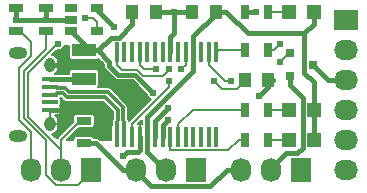
<source format=gtl>
G04 #@! TF.FileFunction,Copper,L1,Top,Signal*
%FSLAX46Y46*%
G04 Gerber Fmt 4.6, Leading zero omitted, Abs format (unit mm)*
G04 Created by KiCad (PCBNEW 4.0.0-stable) date Sunday, July 24, 2016 'PMt' 12:32:08 PM*
%MOMM*%
G01*
G04 APERTURE LIST*
%ADD10C,0.100000*%
%ADD11R,1.000000X1.250000*%
%ADD12R,1.198880X1.198880*%
%ADD13R,2.029460X1.140460*%
%ADD14R,1.350000X0.400000*%
%ADD15O,0.950000X1.250000*%
%ADD16O,1.550000X1.000000*%
%ADD17R,1.727200X2.032000*%
%ADD18O,1.727200X2.032000*%
%ADD19R,2.032000X1.727200*%
%ADD20O,2.032000X1.727200*%
%ADD21R,0.800100X0.800100*%
%ADD22R,1.300000X0.700000*%
%ADD23R,0.700000X1.300000*%
%ADD24R,1.060000X0.650000*%
%ADD25R,0.450000X1.750000*%
%ADD26C,0.609600*%
%ADD27C,0.400000*%
%ADD28C,0.200000*%
%ADD29C,0.304800*%
G04 APERTURE END LIST*
D10*
D11*
X20590000Y9525000D03*
X22590000Y9525000D03*
D12*
X26449020Y6985000D03*
X24350980Y6985000D03*
X26449020Y4445000D03*
X24350980Y4445000D03*
D13*
X6985000Y9591040D03*
X6985000Y11998960D03*
D14*
X4102540Y9555900D03*
X4102540Y8905900D03*
X4102540Y8255900D03*
X4102540Y7605900D03*
X4102540Y6955900D03*
D15*
X4102540Y10755900D03*
X4102540Y5755900D03*
D16*
X1402540Y11755900D03*
X1402540Y4755900D03*
D17*
X16510000Y1905000D03*
D18*
X13970000Y1905000D03*
X11430000Y1905000D03*
D17*
X7620000Y1905000D03*
D18*
X5080000Y1905000D03*
X2540000Y1905000D03*
D19*
X29210000Y14605000D03*
D20*
X29210000Y12065000D03*
X29210000Y9525000D03*
X29210000Y6985000D03*
X29210000Y4445000D03*
X29210000Y1905000D03*
D17*
X25400000Y1905000D03*
D18*
X22860000Y1905000D03*
X20320000Y1905000D03*
D21*
X24399240Y11745000D03*
X24399240Y9845000D03*
X26398220Y10795000D03*
D22*
X3810000Y13655000D03*
X3810000Y15555000D03*
X6985000Y4130000D03*
X6985000Y6030000D03*
X1270000Y13655000D03*
X1270000Y15555000D03*
D23*
X20640000Y12065000D03*
X22540000Y12065000D03*
X20640000Y6985000D03*
X22540000Y6985000D03*
X20640000Y4445000D03*
X22540000Y4445000D03*
D24*
X5885000Y15555000D03*
X5885000Y14605000D03*
X5885000Y13655000D03*
X8085000Y13655000D03*
X8085000Y15555000D03*
D25*
X18195000Y11855000D03*
X17545000Y11855000D03*
X16895000Y11855000D03*
X16245000Y11855000D03*
X15595000Y11855000D03*
X14945000Y11855000D03*
X14295000Y11855000D03*
X13645000Y11855000D03*
X12995000Y11855000D03*
X12345000Y11855000D03*
X11695000Y11855000D03*
X11045000Y11855000D03*
X10395000Y11855000D03*
X9745000Y11855000D03*
X9745000Y4655000D03*
X10395000Y4655000D03*
X11045000Y4655000D03*
X11695000Y4655000D03*
X12345000Y4655000D03*
X12995000Y4655000D03*
X13645000Y4655000D03*
X14295000Y4655000D03*
X14945000Y4655000D03*
X15595000Y4655000D03*
X16245000Y4655000D03*
X16895000Y4655000D03*
X17545000Y4655000D03*
X18195000Y4655000D03*
D11*
X11065000Y15240000D03*
X13065000Y15240000D03*
D12*
X26449020Y15240000D03*
X24350980Y15240000D03*
D23*
X20640000Y15240000D03*
X22540000Y15240000D03*
D11*
X18145000Y15240000D03*
X16145000Y15240000D03*
D26*
X14097000Y7112000D03*
X12827000Y8382000D03*
X14097000Y6096000D03*
X8509000Y9144000D03*
X9144000Y6477000D03*
X12192000Y7747000D03*
X10668000Y7747000D03*
X9779000Y8636000D03*
X8509000Y7366000D03*
X6985000Y7366000D03*
X5461000Y7366000D03*
X3810000Y14605000D03*
X1270000Y14605000D03*
X6985000Y10795000D03*
X10287000Y3048000D03*
X21844000Y8128000D03*
X21590000Y15240000D03*
X14605000Y15240000D03*
X9525000Y13970000D03*
X7112000Y14732000D03*
X4826000Y12573000D03*
X23622000Y12573000D03*
X14224000Y9398000D03*
X18034000Y9398000D03*
X13081000Y10414000D03*
X15240000Y10414000D03*
X19431000Y9398000D03*
X14224000Y10414000D03*
X23622000Y11049000D03*
D27*
X12995000Y6010000D02*
X14097000Y7112000D01*
X12995000Y4655000D02*
X12995000Y6010000D01*
X10922000Y9906000D02*
X11303000Y9906000D01*
X11303000Y9906000D02*
X12827000Y8382000D01*
X9144000Y10668000D02*
X9144000Y11009598D01*
X9144000Y11009598D02*
X8154638Y11998960D01*
X9906000Y9906000D02*
X9144000Y10668000D01*
X10922000Y9906000D02*
X9906000Y9906000D01*
X11065000Y15240000D02*
X11065000Y14215000D01*
X11065000Y14215000D02*
X9932401Y13082401D01*
X9932401Y13082401D02*
X9238079Y13082401D01*
X9238079Y13082401D02*
X8154638Y11998960D01*
X8154638Y11998960D02*
X6985000Y11998960D01*
X6985000Y11998960D02*
X6985000Y12555000D01*
X6985000Y12555000D02*
X5885000Y13655000D01*
X13645000Y4655000D02*
X13645000Y5644000D01*
X13645000Y5644000D02*
X14097000Y6096000D01*
X9779000Y8636000D02*
X10668000Y7747000D01*
X9779000Y8636000D02*
X9271000Y9144000D01*
X9271000Y9144000D02*
X8509000Y9144000D01*
X6985000Y10795000D02*
X8000322Y10795000D01*
X8000322Y10795000D02*
X8509000Y10286322D01*
X8509000Y10286322D02*
X8509000Y9144000D01*
X8509000Y7366000D02*
X8509000Y7112000D01*
X8509000Y7112000D02*
X9144000Y6477000D01*
X10668000Y7747000D02*
X12192000Y7747000D01*
X6985000Y7366000D02*
X8509000Y7366000D01*
X5461000Y7366000D02*
X6985000Y7366000D01*
X4102540Y6955900D02*
X5050900Y6955900D01*
X5050900Y6955900D02*
X5461000Y7366000D01*
X6985000Y10795000D02*
X4141640Y10795000D01*
X4141640Y10795000D02*
X4102540Y10755900D01*
X11695000Y4655000D02*
X11695000Y3570678D01*
X11695000Y3570678D02*
X11551921Y3427599D01*
X11551921Y3427599D02*
X10666599Y3427599D01*
X10666599Y3427599D02*
X10287000Y3048000D01*
X22590000Y9525000D02*
X22590000Y8874000D01*
X22590000Y8874000D02*
X21844000Y8128000D01*
X22590000Y9525000D02*
X22987000Y9525000D01*
X20640000Y15240000D02*
X21590000Y15240000D01*
X14605000Y13440000D02*
X14605000Y15240000D01*
X14295000Y11855000D02*
X14295000Y13130000D01*
X14295000Y13130000D02*
X14605000Y13440000D01*
X13065000Y15240000D02*
X14605000Y15240000D01*
X16145000Y15240000D02*
X14605000Y15240000D01*
X3810000Y14605000D02*
X1270000Y14605000D01*
X5885000Y14605000D02*
X3810000Y14605000D01*
X3810000Y15555000D02*
X3810000Y14605000D01*
X1270000Y15555000D02*
X1270000Y14605000D01*
X12345000Y5930000D02*
X12345000Y4655000D01*
X12345000Y6325556D02*
X12345000Y5930000D01*
X16245000Y10225556D02*
X12345000Y6325556D01*
X16245000Y11855000D02*
X16245000Y10225556D01*
X13820000Y1905000D02*
X13970000Y1905000D01*
X12345000Y3380000D02*
X13820000Y1905000D01*
X12345000Y4655000D02*
X12345000Y3380000D01*
X25645769Y13437309D02*
X20847691Y13437309D01*
X19045000Y15240000D02*
X18145000Y15240000D01*
X20847691Y13437309D02*
X19045000Y15240000D01*
X26449020Y6985000D02*
X26449020Y9309778D01*
X25645769Y10113029D02*
X25645769Y13437309D01*
X26449020Y14240560D02*
X26449020Y15240000D01*
X26449020Y9309778D02*
X25645769Y10113029D01*
X25645769Y13437309D02*
X26449020Y14240560D01*
X26449020Y4445000D02*
X26449020Y6985000D01*
X18145000Y15240000D02*
X18145000Y15115000D01*
X16245000Y13130000D02*
X16245000Y11855000D01*
X18145000Y15115000D02*
X16245000Y13215000D01*
X16245000Y13215000D02*
X16245000Y13130000D01*
D28*
X22540000Y6985000D02*
X24350980Y6985000D01*
X22540000Y4445000D02*
X24350980Y4445000D01*
D27*
X4102540Y9555900D02*
X6949860Y9555900D01*
X6949860Y9555900D02*
X6985000Y9591040D01*
D29*
X5715000Y8483600D02*
X5389100Y8809500D01*
X5389100Y8809500D02*
X4673940Y8809500D01*
X4673940Y8809500D02*
X4577540Y8905900D01*
X4577540Y8905900D02*
X4102540Y8905900D01*
X8984688Y8483600D02*
X5715000Y8483600D01*
X10298600Y7169688D02*
X8984688Y8483600D01*
X10395000Y4655000D02*
X10395000Y5967500D01*
X10298600Y6063900D02*
X10298600Y7169688D01*
X10395000Y5967500D02*
X10298600Y6063900D01*
X4577540Y8255900D02*
X4102540Y8255900D01*
X9745000Y4655000D02*
X9745000Y5967500D01*
X9745000Y5967500D02*
X9841400Y6063900D01*
X9841400Y6063900D02*
X9841400Y6980312D01*
X9841400Y6980312D02*
X8795312Y8026400D01*
X8795312Y8026400D02*
X5525622Y8026400D01*
X5525622Y8026400D02*
X5199722Y8352300D01*
X5199722Y8352300D02*
X4673940Y8352300D01*
X4673940Y8352300D02*
X4577540Y8255900D01*
D27*
X12674600Y508000D02*
X17659400Y508000D01*
X17659400Y508000D02*
X19056400Y1905000D01*
X19056400Y1905000D02*
X20320000Y1905000D01*
X11430000Y1905000D02*
X11430000Y1752600D01*
X11430000Y1752600D02*
X12674600Y508000D01*
X8085000Y15555000D02*
X8085000Y15410000D01*
X8085000Y15410000D02*
X9525000Y13970000D01*
X6985000Y4130000D02*
X8035000Y4130000D01*
X8035000Y4130000D02*
X10260000Y1905000D01*
X10260000Y1905000D02*
X11430000Y1905000D01*
D28*
X1933589Y6247754D02*
X1933590Y10264047D01*
X6503990Y636590D02*
X4617734Y636590D01*
X7620000Y1752600D02*
X6503990Y636590D01*
X7620000Y1905000D02*
X7620000Y1752600D01*
X3810000Y13105000D02*
X3810000Y13655000D01*
X3810000Y12140457D02*
X3810000Y13105000D01*
X1933590Y10264047D02*
X3810000Y12140457D01*
X3810000Y4371343D02*
X1933589Y6247754D01*
X3810000Y1444324D02*
X3810000Y4371343D01*
X4617734Y636590D02*
X3810000Y1444324D01*
X7747000Y14732000D02*
X8085000Y14394000D01*
X8085000Y14394000D02*
X8085000Y13655000D01*
X7112000Y14732000D02*
X7747000Y14732000D01*
X2286000Y6393727D02*
X2286000Y10118073D01*
X2286000Y10118073D02*
X4740927Y12573000D01*
X4740927Y12573000D02*
X4826000Y12573000D01*
X5080000Y1905000D02*
X5080000Y3599727D01*
X5080000Y3599727D02*
X2286000Y6393727D01*
X5080000Y1905000D02*
X5080000Y4425000D01*
X5080000Y4425000D02*
X6685000Y6030000D01*
X6685000Y6030000D02*
X6985000Y6030000D01*
X1270000Y13655000D02*
X1570000Y13655000D01*
X1570000Y13655000D02*
X2540000Y12685000D01*
X2540000Y12685000D02*
X2540000Y11554292D01*
X2540000Y11554292D02*
X1524000Y10538292D01*
X1524000Y10538292D02*
X1524000Y6096000D01*
X1524000Y6096000D02*
X2540000Y5080000D01*
X2540000Y5080000D02*
X2540000Y1905000D01*
D27*
X29210000Y9525000D02*
X27668220Y9525000D01*
X27668220Y9525000D02*
X26398220Y10795000D01*
D28*
X22540000Y12065000D02*
X23114000Y12065000D01*
X23114000Y12065000D02*
X23622000Y12573000D01*
X29210000Y6985000D02*
X28953798Y6985000D01*
X22540000Y11765000D02*
X22540000Y12065000D01*
X14224000Y9398000D02*
X14224000Y8909000D01*
X14224000Y8909000D02*
X11045000Y5730000D01*
X11045000Y5730000D02*
X11045000Y4655000D01*
X19953000Y8763000D02*
X18669000Y8763000D01*
X18669000Y8763000D02*
X18034000Y9398000D01*
X20590000Y9400000D02*
X19953000Y8763000D01*
X20590000Y9525000D02*
X20590000Y9400000D01*
X12061000Y10414000D02*
X11695000Y10780000D01*
X11695000Y10780000D02*
X11695000Y11855000D01*
X13081000Y10414000D02*
X12061000Y10414000D01*
X15595000Y11855000D02*
X15595000Y10769000D01*
X15595000Y10769000D02*
X15240000Y10414000D01*
X17545000Y11855000D02*
X17545000Y10780000D01*
X17545000Y10780000D02*
X18927000Y9398000D01*
X18927000Y9398000D02*
X19431000Y9398000D01*
X13919201Y10109201D02*
X14224000Y10414000D01*
X13666799Y9856799D02*
X13919201Y10109201D01*
X11992006Y9856799D02*
X13666799Y9856799D01*
X11490394Y10358411D02*
X11992006Y9856799D01*
X10166589Y10358411D02*
X11490394Y10358411D01*
X9745000Y11855000D02*
X9745000Y10780000D01*
X9745000Y10780000D02*
X10166589Y10358411D01*
X24399240Y11745000D02*
X24318000Y11745000D01*
X24318000Y11745000D02*
X23622000Y11049000D01*
X24691955Y11745000D02*
X24693350Y11743605D01*
X20640000Y12065000D02*
X18405000Y12065000D01*
X18405000Y12065000D02*
X18195000Y11855000D01*
X20640000Y6985000D02*
X16200000Y6985000D01*
X16200000Y6985000D02*
X14945000Y5730000D01*
X14945000Y5730000D02*
X14945000Y4655000D01*
X14295000Y4655000D02*
X14295000Y3580000D01*
X14295000Y3580000D02*
X14347401Y3527599D01*
X14347401Y3527599D02*
X19172599Y3527599D01*
X19172599Y3527599D02*
X20090000Y4445000D01*
X20090000Y4445000D02*
X20640000Y4445000D01*
D27*
X24399240Y9044950D02*
X25497179Y7947011D01*
X24399240Y9845000D02*
X24399240Y9044950D01*
X25497179Y7947011D02*
X25497179Y3757997D01*
X25497179Y3757997D02*
X25060182Y3321000D01*
X25060182Y3321000D02*
X24123600Y3321000D01*
X24123600Y3321000D02*
X22860000Y2057400D01*
X22860000Y2057400D02*
X22860000Y1905000D01*
D28*
X22540000Y15240000D02*
X24350980Y15240000D01*
G36*
X5239385Y7740163D02*
X5268285Y7716424D01*
X5296923Y7692394D01*
X5298786Y7691370D01*
X5300433Y7690017D01*
X5333389Y7672347D01*
X5366154Y7654334D01*
X5368185Y7653690D01*
X5370059Y7652685D01*
X5405809Y7641755D01*
X5441459Y7630446D01*
X5443573Y7630209D01*
X5445610Y7629586D01*
X5482782Y7625811D01*
X5519970Y7621639D01*
X5524138Y7621610D01*
X5524209Y7621603D01*
X5524276Y7621609D01*
X5525622Y7621600D01*
X8627638Y7621600D01*
X9436600Y6812638D01*
X9436600Y6226756D01*
X9435024Y6224837D01*
X9410994Y6196199D01*
X9409970Y6194336D01*
X9408617Y6192689D01*
X9390947Y6159733D01*
X9372934Y6126968D01*
X9372290Y6124937D01*
X9371285Y6123063D01*
X9360355Y6087313D01*
X9349046Y6051663D01*
X9348809Y6049549D01*
X9348186Y6047512D01*
X9344411Y6010340D01*
X9340239Y5973152D01*
X9340210Y5968984D01*
X9340203Y5968913D01*
X9340209Y5968846D01*
X9340200Y5967500D01*
X9340200Y5706142D01*
X9305748Y5665719D01*
X9276420Y5600657D01*
X9266379Y5530000D01*
X9266379Y4418000D01*
X8386790Y4418000D01*
X8354895Y4449895D01*
X8322582Y4476438D01*
X8290591Y4503281D01*
X8288510Y4504425D01*
X8286668Y4505938D01*
X8249800Y4525706D01*
X8213219Y4545817D01*
X8210952Y4546536D01*
X8208856Y4547660D01*
X8168872Y4559885D01*
X8129059Y4572514D01*
X8126698Y4572779D01*
X8124421Y4573475D01*
X8082794Y4577703D01*
X8041316Y4582356D01*
X8036674Y4582388D01*
X8036579Y4582398D01*
X8036490Y4582390D01*
X8035000Y4582400D01*
X7866152Y4582400D01*
X7864304Y4588367D01*
X7825035Y4647959D01*
X7770719Y4694252D01*
X7705657Y4723580D01*
X7635000Y4733621D01*
X6335000Y4733621D01*
X6294806Y4730416D01*
X6226633Y4709304D01*
X6167041Y4670035D01*
X6120748Y4615719D01*
X6091420Y4550657D01*
X6081379Y4480000D01*
X6081379Y4418000D01*
X5571368Y4418000D01*
X6579748Y5426379D01*
X7635000Y5426379D01*
X7675194Y5429584D01*
X7743367Y5450696D01*
X7802959Y5489965D01*
X7849252Y5544281D01*
X7878580Y5609343D01*
X7888621Y5680000D01*
X7888621Y6380000D01*
X7885416Y6420194D01*
X7864304Y6488367D01*
X7825035Y6547959D01*
X7770719Y6594252D01*
X7705657Y6623580D01*
X7635000Y6633621D01*
X6335000Y6633621D01*
X6294806Y6630416D01*
X6226633Y6609304D01*
X6167041Y6570035D01*
X6120748Y6515719D01*
X6091420Y6450657D01*
X6081379Y6380000D01*
X6081379Y5924748D01*
X4830816Y4674184D01*
X4810145Y4649020D01*
X4789230Y4624094D01*
X4788339Y4622473D01*
X4787161Y4621039D01*
X4771763Y4592321D01*
X4756097Y4563825D01*
X4755537Y4562060D01*
X4754661Y4560426D01*
X4746320Y4533143D01*
X4543584Y4634511D01*
X4276036Y4902059D01*
X4380900Y4933868D01*
X4506658Y5001086D01*
X4616886Y5091547D01*
X4707348Y5201774D01*
X4774568Y5327531D01*
X4815962Y5463986D01*
X4829940Y5605895D01*
X4829940Y5755895D01*
X4102545Y5755895D01*
X4102545Y5735895D01*
X4102535Y5735895D01*
X4102535Y5755895D01*
X4082535Y5755895D01*
X4082535Y5755905D01*
X4102535Y5755905D01*
X4102535Y6955895D01*
X4102545Y6955895D01*
X4102545Y5755905D01*
X4829940Y5755905D01*
X4829940Y5905905D01*
X4815962Y6047814D01*
X4774568Y6184269D01*
X4707348Y6310026D01*
X4616886Y6420253D01*
X4515448Y6503500D01*
X4802399Y6503500D01*
X4851162Y6513200D01*
X4897096Y6532226D01*
X4938435Y6559848D01*
X4973592Y6595004D01*
X5001214Y6636344D01*
X5020240Y6682277D01*
X5029940Y6731041D01*
X5029940Y6892795D01*
X4966840Y6955895D01*
X4102545Y6955895D01*
X4102535Y6955895D01*
X4082535Y6955895D01*
X4082535Y6955905D01*
X4102535Y6955905D01*
X4102535Y6975905D01*
X4102545Y6975905D01*
X4102545Y6955905D01*
X4966840Y6955905D01*
X5029940Y7019005D01*
X5029940Y7180759D01*
X5020240Y7229523D01*
X5001214Y7275456D01*
X4997008Y7281751D01*
X5021120Y7335243D01*
X5031161Y7405900D01*
X5031161Y7805900D01*
X5027956Y7846094D01*
X5006844Y7914267D01*
X4996323Y7930233D01*
X5004107Y7947500D01*
X5032048Y7947500D01*
X5239385Y7740163D01*
X5239385Y7740163D01*
G37*
X5239385Y7740163D02*
X5268285Y7716424D01*
X5296923Y7692394D01*
X5298786Y7691370D01*
X5300433Y7690017D01*
X5333389Y7672347D01*
X5366154Y7654334D01*
X5368185Y7653690D01*
X5370059Y7652685D01*
X5405809Y7641755D01*
X5441459Y7630446D01*
X5443573Y7630209D01*
X5445610Y7629586D01*
X5482782Y7625811D01*
X5519970Y7621639D01*
X5524138Y7621610D01*
X5524209Y7621603D01*
X5524276Y7621609D01*
X5525622Y7621600D01*
X8627638Y7621600D01*
X9436600Y6812638D01*
X9436600Y6226756D01*
X9435024Y6224837D01*
X9410994Y6196199D01*
X9409970Y6194336D01*
X9408617Y6192689D01*
X9390947Y6159733D01*
X9372934Y6126968D01*
X9372290Y6124937D01*
X9371285Y6123063D01*
X9360355Y6087313D01*
X9349046Y6051663D01*
X9348809Y6049549D01*
X9348186Y6047512D01*
X9344411Y6010340D01*
X9340239Y5973152D01*
X9340210Y5968984D01*
X9340203Y5968913D01*
X9340209Y5968846D01*
X9340200Y5967500D01*
X9340200Y5706142D01*
X9305748Y5665719D01*
X9276420Y5600657D01*
X9266379Y5530000D01*
X9266379Y4418000D01*
X8386790Y4418000D01*
X8354895Y4449895D01*
X8322582Y4476438D01*
X8290591Y4503281D01*
X8288510Y4504425D01*
X8286668Y4505938D01*
X8249800Y4525706D01*
X8213219Y4545817D01*
X8210952Y4546536D01*
X8208856Y4547660D01*
X8168872Y4559885D01*
X8129059Y4572514D01*
X8126698Y4572779D01*
X8124421Y4573475D01*
X8082794Y4577703D01*
X8041316Y4582356D01*
X8036674Y4582388D01*
X8036579Y4582398D01*
X8036490Y4582390D01*
X8035000Y4582400D01*
X7866152Y4582400D01*
X7864304Y4588367D01*
X7825035Y4647959D01*
X7770719Y4694252D01*
X7705657Y4723580D01*
X7635000Y4733621D01*
X6335000Y4733621D01*
X6294806Y4730416D01*
X6226633Y4709304D01*
X6167041Y4670035D01*
X6120748Y4615719D01*
X6091420Y4550657D01*
X6081379Y4480000D01*
X6081379Y4418000D01*
X5571368Y4418000D01*
X6579748Y5426379D01*
X7635000Y5426379D01*
X7675194Y5429584D01*
X7743367Y5450696D01*
X7802959Y5489965D01*
X7849252Y5544281D01*
X7878580Y5609343D01*
X7888621Y5680000D01*
X7888621Y6380000D01*
X7885416Y6420194D01*
X7864304Y6488367D01*
X7825035Y6547959D01*
X7770719Y6594252D01*
X7705657Y6623580D01*
X7635000Y6633621D01*
X6335000Y6633621D01*
X6294806Y6630416D01*
X6226633Y6609304D01*
X6167041Y6570035D01*
X6120748Y6515719D01*
X6091420Y6450657D01*
X6081379Y6380000D01*
X6081379Y5924748D01*
X4830816Y4674184D01*
X4810145Y4649020D01*
X4789230Y4624094D01*
X4788339Y4622473D01*
X4787161Y4621039D01*
X4771763Y4592321D01*
X4756097Y4563825D01*
X4755537Y4562060D01*
X4754661Y4560426D01*
X4746320Y4533143D01*
X4543584Y4634511D01*
X4276036Y4902059D01*
X4380900Y4933868D01*
X4506658Y5001086D01*
X4616886Y5091547D01*
X4707348Y5201774D01*
X4774568Y5327531D01*
X4815962Y5463986D01*
X4829940Y5605895D01*
X4829940Y5755895D01*
X4102545Y5755895D01*
X4102545Y5735895D01*
X4102535Y5735895D01*
X4102535Y5755895D01*
X4082535Y5755895D01*
X4082535Y5755905D01*
X4102535Y5755905D01*
X4102535Y6955895D01*
X4102545Y6955895D01*
X4102545Y5755905D01*
X4829940Y5755905D01*
X4829940Y5905905D01*
X4815962Y6047814D01*
X4774568Y6184269D01*
X4707348Y6310026D01*
X4616886Y6420253D01*
X4515448Y6503500D01*
X4802399Y6503500D01*
X4851162Y6513200D01*
X4897096Y6532226D01*
X4938435Y6559848D01*
X4973592Y6595004D01*
X5001214Y6636344D01*
X5020240Y6682277D01*
X5029940Y6731041D01*
X5029940Y6892795D01*
X4966840Y6955895D01*
X4102545Y6955895D01*
X4102535Y6955895D01*
X4082535Y6955895D01*
X4082535Y6955905D01*
X4102535Y6955905D01*
X4102535Y6975905D01*
X4102545Y6975905D01*
X4102545Y6955905D01*
X4966840Y6955905D01*
X5029940Y7019005D01*
X5029940Y7180759D01*
X5020240Y7229523D01*
X5001214Y7275456D01*
X4997008Y7281751D01*
X5021120Y7335243D01*
X5031161Y7405900D01*
X5031161Y7805900D01*
X5027956Y7846094D01*
X5006844Y7914267D01*
X4996323Y7930233D01*
X5004107Y7947500D01*
X5032048Y7947500D01*
X5239385Y7740163D01*
G36*
X11892600Y5782400D02*
X11758105Y5782400D01*
X11695005Y5719300D01*
X11695005Y4655005D01*
X11715005Y4655005D01*
X11715005Y4654995D01*
X11695005Y4654995D01*
X11695005Y4634995D01*
X11694995Y4634995D01*
X11694995Y4654995D01*
X11674995Y4654995D01*
X11674995Y4655005D01*
X11694995Y4655005D01*
X11694995Y5719300D01*
X11631895Y5782400D01*
X11595768Y5782400D01*
X11892600Y6079232D01*
X11892600Y5782400D01*
X11892600Y5782400D01*
G37*
X11892600Y5782400D02*
X11758105Y5782400D01*
X11695005Y5719300D01*
X11695005Y4655005D01*
X11715005Y4655005D01*
X11715005Y4654995D01*
X11695005Y4654995D01*
X11695005Y4634995D01*
X11694995Y4634995D01*
X11694995Y4654995D01*
X11674995Y4654995D01*
X11674995Y4655005D01*
X11694995Y4655005D01*
X11694995Y5719300D01*
X11631895Y5782400D01*
X11595768Y5782400D01*
X11892600Y6079232D01*
X11892600Y5782400D01*
G36*
X5716649Y11428730D02*
X5719854Y11388536D01*
X5740966Y11320363D01*
X5780235Y11260771D01*
X5834551Y11214478D01*
X5899613Y11185150D01*
X5970270Y11175109D01*
X7999730Y11175109D01*
X8039924Y11178314D01*
X8108097Y11199426D01*
X8167689Y11238695D01*
X8213982Y11293011D01*
X8216099Y11297709D01*
X8691600Y10822208D01*
X8691600Y10668000D01*
X8695678Y10626407D01*
X8699320Y10584781D01*
X8699984Y10582496D01*
X8700216Y10580128D01*
X8712299Y10540108D01*
X8723953Y10499993D01*
X8725047Y10497882D01*
X8725735Y10495604D01*
X8745370Y10458675D01*
X8764586Y10421605D01*
X8766068Y10419748D01*
X8767186Y10417646D01*
X8793621Y10385233D01*
X8819670Y10352602D01*
X8822931Y10349296D01*
X8822990Y10349223D01*
X8823057Y10349167D01*
X8824105Y10348105D01*
X9586105Y9586105D01*
X9618418Y9559562D01*
X9650409Y9532719D01*
X9652490Y9531575D01*
X9654332Y9530062D01*
X9691216Y9510285D01*
X9727781Y9490183D01*
X9730046Y9489465D01*
X9732145Y9488339D01*
X9772160Y9476105D01*
X9811941Y9463486D01*
X9814302Y9463221D01*
X9816579Y9462525D01*
X9858206Y9458297D01*
X9899684Y9453644D01*
X9904326Y9453612D01*
X9904421Y9453602D01*
X9904510Y9453610D01*
X9906000Y9453600D01*
X11115610Y9453600D01*
X12276937Y8292273D01*
X12288793Y8227672D01*
X12329019Y8126073D01*
X12388213Y8034222D01*
X12464120Y7955618D01*
X12553849Y7893254D01*
X12653983Y7849507D01*
X12663948Y7847316D01*
X10798401Y5981769D01*
X10796149Y6004734D01*
X10792892Y6041963D01*
X10792299Y6044004D01*
X10792091Y6046126D01*
X10781278Y6081939D01*
X10770851Y6117830D01*
X10769871Y6119721D01*
X10769256Y6121757D01*
X10751706Y6154764D01*
X10734494Y6187970D01*
X10733167Y6189633D01*
X10732167Y6191513D01*
X10708555Y6220464D01*
X10703400Y6226921D01*
X10703400Y7169688D01*
X10699749Y7206922D01*
X10696492Y7244151D01*
X10695899Y7246192D01*
X10695691Y7248314D01*
X10684878Y7284127D01*
X10674451Y7320018D01*
X10673471Y7321909D01*
X10672856Y7323945D01*
X10655306Y7356952D01*
X10638094Y7390158D01*
X10636767Y7391821D01*
X10635767Y7393701D01*
X10612155Y7422652D01*
X10588806Y7451901D01*
X10585880Y7454867D01*
X10585834Y7454924D01*
X10585781Y7454968D01*
X10584837Y7455925D01*
X9270925Y8769837D01*
X9242025Y8793576D01*
X9213387Y8817606D01*
X9211524Y8818630D01*
X9209877Y8819983D01*
X9176921Y8837653D01*
X9144156Y8855666D01*
X9142125Y8856310D01*
X9140251Y8857315D01*
X9104501Y8868245D01*
X9068851Y8879554D01*
X9066737Y8879791D01*
X9064700Y8880414D01*
X9027528Y8884189D01*
X8990340Y8888361D01*
X8986172Y8888390D01*
X8986101Y8888397D01*
X8986034Y8888391D01*
X8984688Y8888400D01*
X8215474Y8888400D01*
X8243310Y8950153D01*
X8253351Y9020810D01*
X8253351Y10161270D01*
X8250146Y10201464D01*
X8229034Y10269637D01*
X8189765Y10329229D01*
X8135449Y10375522D01*
X8070387Y10404850D01*
X7999730Y10414891D01*
X5970270Y10414891D01*
X5930076Y10411686D01*
X5861903Y10390574D01*
X5802311Y10351305D01*
X5756018Y10296989D01*
X5726690Y10231927D01*
X5716649Y10161270D01*
X5716649Y10008300D01*
X4786132Y10008300D01*
X4777540Y10009521D01*
X4516936Y10009521D01*
X4616886Y10091547D01*
X4707348Y10201774D01*
X4774568Y10327531D01*
X4815962Y10463986D01*
X4829940Y10605895D01*
X4829940Y10755895D01*
X4102545Y10755895D01*
X4102545Y10735895D01*
X4102535Y10735895D01*
X4102535Y10755895D01*
X4082535Y10755895D01*
X4082535Y10755905D01*
X4102535Y10755905D01*
X4102535Y10775905D01*
X4102545Y10775905D01*
X4102545Y10755905D01*
X4829940Y10755905D01*
X4829940Y10905905D01*
X4815962Y11047814D01*
X4774568Y11184269D01*
X4707348Y11310026D01*
X4616886Y11420253D01*
X4506658Y11510714D01*
X4380900Y11577932D01*
X4276036Y11609741D01*
X4697102Y12030807D01*
X4759706Y12017043D01*
X4868955Y12014754D01*
X4976567Y12033729D01*
X5078445Y12073245D01*
X5170706Y12131796D01*
X5249839Y12207152D01*
X5312827Y12296444D01*
X5334891Y12346000D01*
X5716649Y12346000D01*
X5716649Y11428730D01*
X5716649Y11428730D01*
G37*
X5716649Y11428730D02*
X5719854Y11388536D01*
X5740966Y11320363D01*
X5780235Y11260771D01*
X5834551Y11214478D01*
X5899613Y11185150D01*
X5970270Y11175109D01*
X7999730Y11175109D01*
X8039924Y11178314D01*
X8108097Y11199426D01*
X8167689Y11238695D01*
X8213982Y11293011D01*
X8216099Y11297709D01*
X8691600Y10822208D01*
X8691600Y10668000D01*
X8695678Y10626407D01*
X8699320Y10584781D01*
X8699984Y10582496D01*
X8700216Y10580128D01*
X8712299Y10540108D01*
X8723953Y10499993D01*
X8725047Y10497882D01*
X8725735Y10495604D01*
X8745370Y10458675D01*
X8764586Y10421605D01*
X8766068Y10419748D01*
X8767186Y10417646D01*
X8793621Y10385233D01*
X8819670Y10352602D01*
X8822931Y10349296D01*
X8822990Y10349223D01*
X8823057Y10349167D01*
X8824105Y10348105D01*
X9586105Y9586105D01*
X9618418Y9559562D01*
X9650409Y9532719D01*
X9652490Y9531575D01*
X9654332Y9530062D01*
X9691216Y9510285D01*
X9727781Y9490183D01*
X9730046Y9489465D01*
X9732145Y9488339D01*
X9772160Y9476105D01*
X9811941Y9463486D01*
X9814302Y9463221D01*
X9816579Y9462525D01*
X9858206Y9458297D01*
X9899684Y9453644D01*
X9904326Y9453612D01*
X9904421Y9453602D01*
X9904510Y9453610D01*
X9906000Y9453600D01*
X11115610Y9453600D01*
X12276937Y8292273D01*
X12288793Y8227672D01*
X12329019Y8126073D01*
X12388213Y8034222D01*
X12464120Y7955618D01*
X12553849Y7893254D01*
X12653983Y7849507D01*
X12663948Y7847316D01*
X10798401Y5981769D01*
X10796149Y6004734D01*
X10792892Y6041963D01*
X10792299Y6044004D01*
X10792091Y6046126D01*
X10781278Y6081939D01*
X10770851Y6117830D01*
X10769871Y6119721D01*
X10769256Y6121757D01*
X10751706Y6154764D01*
X10734494Y6187970D01*
X10733167Y6189633D01*
X10732167Y6191513D01*
X10708555Y6220464D01*
X10703400Y6226921D01*
X10703400Y7169688D01*
X10699749Y7206922D01*
X10696492Y7244151D01*
X10695899Y7246192D01*
X10695691Y7248314D01*
X10684878Y7284127D01*
X10674451Y7320018D01*
X10673471Y7321909D01*
X10672856Y7323945D01*
X10655306Y7356952D01*
X10638094Y7390158D01*
X10636767Y7391821D01*
X10635767Y7393701D01*
X10612155Y7422652D01*
X10588806Y7451901D01*
X10585880Y7454867D01*
X10585834Y7454924D01*
X10585781Y7454968D01*
X10584837Y7455925D01*
X9270925Y8769837D01*
X9242025Y8793576D01*
X9213387Y8817606D01*
X9211524Y8818630D01*
X9209877Y8819983D01*
X9176921Y8837653D01*
X9144156Y8855666D01*
X9142125Y8856310D01*
X9140251Y8857315D01*
X9104501Y8868245D01*
X9068851Y8879554D01*
X9066737Y8879791D01*
X9064700Y8880414D01*
X9027528Y8884189D01*
X8990340Y8888361D01*
X8986172Y8888390D01*
X8986101Y8888397D01*
X8986034Y8888391D01*
X8984688Y8888400D01*
X8215474Y8888400D01*
X8243310Y8950153D01*
X8253351Y9020810D01*
X8253351Y10161270D01*
X8250146Y10201464D01*
X8229034Y10269637D01*
X8189765Y10329229D01*
X8135449Y10375522D01*
X8070387Y10404850D01*
X7999730Y10414891D01*
X5970270Y10414891D01*
X5930076Y10411686D01*
X5861903Y10390574D01*
X5802311Y10351305D01*
X5756018Y10296989D01*
X5726690Y10231927D01*
X5716649Y10161270D01*
X5716649Y10008300D01*
X4786132Y10008300D01*
X4777540Y10009521D01*
X4516936Y10009521D01*
X4616886Y10091547D01*
X4707348Y10201774D01*
X4774568Y10327531D01*
X4815962Y10463986D01*
X4829940Y10605895D01*
X4829940Y10755895D01*
X4102545Y10755895D01*
X4102545Y10735895D01*
X4102535Y10735895D01*
X4102535Y10755895D01*
X4082535Y10755895D01*
X4082535Y10755905D01*
X4102535Y10755905D01*
X4102535Y10775905D01*
X4102545Y10775905D01*
X4102545Y10755905D01*
X4829940Y10755905D01*
X4829940Y10905905D01*
X4815962Y11047814D01*
X4774568Y11184269D01*
X4707348Y11310026D01*
X4616886Y11420253D01*
X4506658Y11510714D01*
X4380900Y11577932D01*
X4276036Y11609741D01*
X4697102Y12030807D01*
X4759706Y12017043D01*
X4868955Y12014754D01*
X4976567Y12033729D01*
X5078445Y12073245D01*
X5170706Y12131796D01*
X5249839Y12207152D01*
X5312827Y12296444D01*
X5334891Y12346000D01*
X5716649Y12346000D01*
X5716649Y11428730D01*
M02*

</source>
